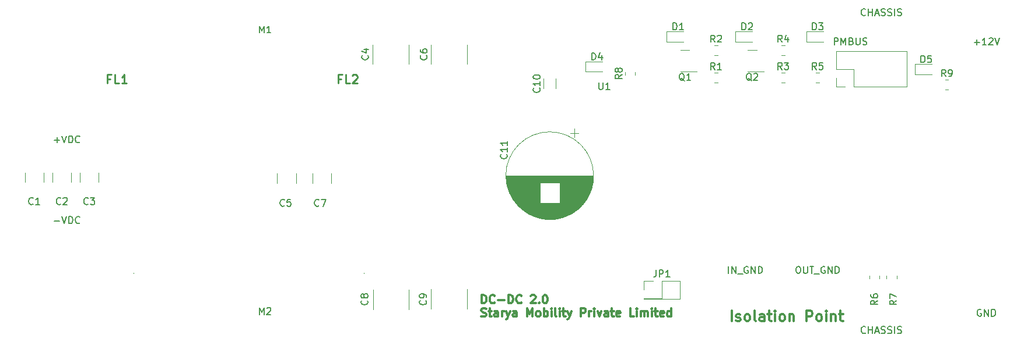
<source format=gbr>
%TF.GenerationSoftware,KiCad,Pcbnew,(6.0.10-0)*%
%TF.CreationDate,2023-02-08T11:04:04+05:30*%
%TF.ProjectId,dbe_dcdc,6462655f-6463-4646-932e-6b696361645f,rev?*%
%TF.SameCoordinates,Original*%
%TF.FileFunction,Legend,Top*%
%TF.FilePolarity,Positive*%
%FSLAX46Y46*%
G04 Gerber Fmt 4.6, Leading zero omitted, Abs format (unit mm)*
G04 Created by KiCad (PCBNEW (6.0.10-0)) date 2023-02-08 11:04:04*
%MOMM*%
%LPD*%
G01*
G04 APERTURE LIST*
%ADD10C,0.300000*%
%ADD11C,0.150000*%
%ADD12C,0.254000*%
%ADD13C,0.120000*%
%ADD14C,0.100000*%
G04 APERTURE END LIST*
D10*
X128035714Y-107428571D02*
X128035714Y-105928571D01*
X128678571Y-107357142D02*
X128821428Y-107428571D01*
X129107142Y-107428571D01*
X129250000Y-107357142D01*
X129321428Y-107214285D01*
X129321428Y-107142857D01*
X129250000Y-107000000D01*
X129107142Y-106928571D01*
X128892857Y-106928571D01*
X128750000Y-106857142D01*
X128678571Y-106714285D01*
X128678571Y-106642857D01*
X128750000Y-106500000D01*
X128892857Y-106428571D01*
X129107142Y-106428571D01*
X129250000Y-106500000D01*
X130178571Y-107428571D02*
X130035714Y-107357142D01*
X129964285Y-107285714D01*
X129892857Y-107142857D01*
X129892857Y-106714285D01*
X129964285Y-106571428D01*
X130035714Y-106500000D01*
X130178571Y-106428571D01*
X130392857Y-106428571D01*
X130535714Y-106500000D01*
X130607142Y-106571428D01*
X130678571Y-106714285D01*
X130678571Y-107142857D01*
X130607142Y-107285714D01*
X130535714Y-107357142D01*
X130392857Y-107428571D01*
X130178571Y-107428571D01*
X131535714Y-107428571D02*
X131392857Y-107357142D01*
X131321428Y-107214285D01*
X131321428Y-105928571D01*
X132750000Y-107428571D02*
X132750000Y-106642857D01*
X132678571Y-106500000D01*
X132535714Y-106428571D01*
X132250000Y-106428571D01*
X132107142Y-106500000D01*
X132750000Y-107357142D02*
X132607142Y-107428571D01*
X132250000Y-107428571D01*
X132107142Y-107357142D01*
X132035714Y-107214285D01*
X132035714Y-107071428D01*
X132107142Y-106928571D01*
X132250000Y-106857142D01*
X132607142Y-106857142D01*
X132750000Y-106785714D01*
X133250000Y-106428571D02*
X133821428Y-106428571D01*
X133464285Y-105928571D02*
X133464285Y-107214285D01*
X133535714Y-107357142D01*
X133678571Y-107428571D01*
X133821428Y-107428571D01*
X134321428Y-107428571D02*
X134321428Y-106428571D01*
X134321428Y-105928571D02*
X134250000Y-106000000D01*
X134321428Y-106071428D01*
X134392857Y-106000000D01*
X134321428Y-105928571D01*
X134321428Y-106071428D01*
X135250000Y-107428571D02*
X135107142Y-107357142D01*
X135035714Y-107285714D01*
X134964285Y-107142857D01*
X134964285Y-106714285D01*
X135035714Y-106571428D01*
X135107142Y-106500000D01*
X135250000Y-106428571D01*
X135464285Y-106428571D01*
X135607142Y-106500000D01*
X135678571Y-106571428D01*
X135750000Y-106714285D01*
X135750000Y-107142857D01*
X135678571Y-107285714D01*
X135607142Y-107357142D01*
X135464285Y-107428571D01*
X135250000Y-107428571D01*
X136392857Y-106428571D02*
X136392857Y-107428571D01*
X136392857Y-106571428D02*
X136464285Y-106500000D01*
X136607142Y-106428571D01*
X136821428Y-106428571D01*
X136964285Y-106500000D01*
X137035714Y-106642857D01*
X137035714Y-107428571D01*
X138892857Y-107428571D02*
X138892857Y-105928571D01*
X139464285Y-105928571D01*
X139607142Y-106000000D01*
X139678571Y-106071428D01*
X139750000Y-106214285D01*
X139750000Y-106428571D01*
X139678571Y-106571428D01*
X139607142Y-106642857D01*
X139464285Y-106714285D01*
X138892857Y-106714285D01*
X140607142Y-107428571D02*
X140464285Y-107357142D01*
X140392857Y-107285714D01*
X140321428Y-107142857D01*
X140321428Y-106714285D01*
X140392857Y-106571428D01*
X140464285Y-106500000D01*
X140607142Y-106428571D01*
X140821428Y-106428571D01*
X140964285Y-106500000D01*
X141035714Y-106571428D01*
X141107142Y-106714285D01*
X141107142Y-107142857D01*
X141035714Y-107285714D01*
X140964285Y-107357142D01*
X140821428Y-107428571D01*
X140607142Y-107428571D01*
X141750000Y-107428571D02*
X141750000Y-106428571D01*
X141750000Y-105928571D02*
X141678571Y-106000000D01*
X141750000Y-106071428D01*
X141821428Y-106000000D01*
X141750000Y-105928571D01*
X141750000Y-106071428D01*
X142464285Y-106428571D02*
X142464285Y-107428571D01*
X142464285Y-106571428D02*
X142535714Y-106500000D01*
X142678571Y-106428571D01*
X142892857Y-106428571D01*
X143035714Y-106500000D01*
X143107142Y-106642857D01*
X143107142Y-107428571D01*
X143607142Y-106428571D02*
X144178571Y-106428571D01*
X143821428Y-105928571D02*
X143821428Y-107214285D01*
X143892857Y-107357142D01*
X144035714Y-107428571D01*
X144178571Y-107428571D01*
X91730714Y-104826857D02*
X91730714Y-103626857D01*
X92016428Y-103626857D01*
X92187857Y-103684000D01*
X92302142Y-103798285D01*
X92359285Y-103912571D01*
X92416428Y-104141142D01*
X92416428Y-104312571D01*
X92359285Y-104541142D01*
X92302142Y-104655428D01*
X92187857Y-104769714D01*
X92016428Y-104826857D01*
X91730714Y-104826857D01*
X93616428Y-104712571D02*
X93559285Y-104769714D01*
X93387857Y-104826857D01*
X93273571Y-104826857D01*
X93102142Y-104769714D01*
X92987857Y-104655428D01*
X92930714Y-104541142D01*
X92873571Y-104312571D01*
X92873571Y-104141142D01*
X92930714Y-103912571D01*
X92987857Y-103798285D01*
X93102142Y-103684000D01*
X93273571Y-103626857D01*
X93387857Y-103626857D01*
X93559285Y-103684000D01*
X93616428Y-103741142D01*
X94130714Y-104369714D02*
X95045000Y-104369714D01*
X95616428Y-104826857D02*
X95616428Y-103626857D01*
X95902142Y-103626857D01*
X96073571Y-103684000D01*
X96187857Y-103798285D01*
X96245000Y-103912571D01*
X96302142Y-104141142D01*
X96302142Y-104312571D01*
X96245000Y-104541142D01*
X96187857Y-104655428D01*
X96073571Y-104769714D01*
X95902142Y-104826857D01*
X95616428Y-104826857D01*
X97502142Y-104712571D02*
X97445000Y-104769714D01*
X97273571Y-104826857D01*
X97159285Y-104826857D01*
X96987857Y-104769714D01*
X96873571Y-104655428D01*
X96816428Y-104541142D01*
X96759285Y-104312571D01*
X96759285Y-104141142D01*
X96816428Y-103912571D01*
X96873571Y-103798285D01*
X96987857Y-103684000D01*
X97159285Y-103626857D01*
X97273571Y-103626857D01*
X97445000Y-103684000D01*
X97502142Y-103741142D01*
X98873571Y-103741142D02*
X98930714Y-103684000D01*
X99045000Y-103626857D01*
X99330714Y-103626857D01*
X99445000Y-103684000D01*
X99502142Y-103741142D01*
X99559285Y-103855428D01*
X99559285Y-103969714D01*
X99502142Y-104141142D01*
X98816428Y-104826857D01*
X99559285Y-104826857D01*
X100073571Y-104712571D02*
X100130714Y-104769714D01*
X100073571Y-104826857D01*
X100016428Y-104769714D01*
X100073571Y-104712571D01*
X100073571Y-104826857D01*
X100873571Y-103626857D02*
X100987857Y-103626857D01*
X101102142Y-103684000D01*
X101159285Y-103741142D01*
X101216428Y-103855428D01*
X101273571Y-104084000D01*
X101273571Y-104369714D01*
X101216428Y-104598285D01*
X101159285Y-104712571D01*
X101102142Y-104769714D01*
X100987857Y-104826857D01*
X100873571Y-104826857D01*
X100759285Y-104769714D01*
X100702142Y-104712571D01*
X100645000Y-104598285D01*
X100587857Y-104369714D01*
X100587857Y-104084000D01*
X100645000Y-103855428D01*
X100702142Y-103741142D01*
X100759285Y-103684000D01*
X100873571Y-103626857D01*
X91673571Y-106701714D02*
X91845000Y-106758857D01*
X92130714Y-106758857D01*
X92245000Y-106701714D01*
X92302142Y-106644571D01*
X92359285Y-106530285D01*
X92359285Y-106416000D01*
X92302142Y-106301714D01*
X92245000Y-106244571D01*
X92130714Y-106187428D01*
X91902142Y-106130285D01*
X91787857Y-106073142D01*
X91730714Y-106016000D01*
X91673571Y-105901714D01*
X91673571Y-105787428D01*
X91730714Y-105673142D01*
X91787857Y-105616000D01*
X91902142Y-105558857D01*
X92187857Y-105558857D01*
X92359285Y-105616000D01*
X92702142Y-105958857D02*
X93159285Y-105958857D01*
X92873571Y-105558857D02*
X92873571Y-106587428D01*
X92930714Y-106701714D01*
X93045000Y-106758857D01*
X93159285Y-106758857D01*
X94073571Y-106758857D02*
X94073571Y-106130285D01*
X94016428Y-106016000D01*
X93902142Y-105958857D01*
X93673571Y-105958857D01*
X93559285Y-106016000D01*
X94073571Y-106701714D02*
X93959285Y-106758857D01*
X93673571Y-106758857D01*
X93559285Y-106701714D01*
X93502142Y-106587428D01*
X93502142Y-106473142D01*
X93559285Y-106358857D01*
X93673571Y-106301714D01*
X93959285Y-106301714D01*
X94073571Y-106244571D01*
X94645000Y-106758857D02*
X94645000Y-105958857D01*
X94645000Y-106187428D02*
X94702142Y-106073142D01*
X94759285Y-106016000D01*
X94873571Y-105958857D01*
X94987857Y-105958857D01*
X95273571Y-105958857D02*
X95559285Y-106758857D01*
X95845000Y-105958857D02*
X95559285Y-106758857D01*
X95445000Y-107044571D01*
X95387857Y-107101714D01*
X95273571Y-107158857D01*
X96816428Y-106758857D02*
X96816428Y-106130285D01*
X96759285Y-106016000D01*
X96645000Y-105958857D01*
X96416428Y-105958857D01*
X96302142Y-106016000D01*
X96816428Y-106701714D02*
X96702142Y-106758857D01*
X96416428Y-106758857D01*
X96302142Y-106701714D01*
X96245000Y-106587428D01*
X96245000Y-106473142D01*
X96302142Y-106358857D01*
X96416428Y-106301714D01*
X96702142Y-106301714D01*
X96816428Y-106244571D01*
X98302142Y-106758857D02*
X98302142Y-105558857D01*
X98702142Y-106416000D01*
X99102142Y-105558857D01*
X99102142Y-106758857D01*
X99845000Y-106758857D02*
X99730714Y-106701714D01*
X99673571Y-106644571D01*
X99616428Y-106530285D01*
X99616428Y-106187428D01*
X99673571Y-106073142D01*
X99730714Y-106016000D01*
X99845000Y-105958857D01*
X100016428Y-105958857D01*
X100130714Y-106016000D01*
X100187857Y-106073142D01*
X100245000Y-106187428D01*
X100245000Y-106530285D01*
X100187857Y-106644571D01*
X100130714Y-106701714D01*
X100016428Y-106758857D01*
X99845000Y-106758857D01*
X100759285Y-106758857D02*
X100759285Y-105558857D01*
X100759285Y-106016000D02*
X100873571Y-105958857D01*
X101102142Y-105958857D01*
X101216428Y-106016000D01*
X101273571Y-106073142D01*
X101330714Y-106187428D01*
X101330714Y-106530285D01*
X101273571Y-106644571D01*
X101216428Y-106701714D01*
X101102142Y-106758857D01*
X100873571Y-106758857D01*
X100759285Y-106701714D01*
X101845000Y-106758857D02*
X101845000Y-105958857D01*
X101845000Y-105558857D02*
X101787857Y-105616000D01*
X101845000Y-105673142D01*
X101902142Y-105616000D01*
X101845000Y-105558857D01*
X101845000Y-105673142D01*
X102587857Y-106758857D02*
X102473571Y-106701714D01*
X102416428Y-106587428D01*
X102416428Y-105558857D01*
X103045000Y-106758857D02*
X103045000Y-105958857D01*
X103045000Y-105558857D02*
X102987857Y-105616000D01*
X103045000Y-105673142D01*
X103102142Y-105616000D01*
X103045000Y-105558857D01*
X103045000Y-105673142D01*
X103445000Y-105958857D02*
X103902142Y-105958857D01*
X103616428Y-105558857D02*
X103616428Y-106587428D01*
X103673571Y-106701714D01*
X103787857Y-106758857D01*
X103902142Y-106758857D01*
X104187857Y-105958857D02*
X104473571Y-106758857D01*
X104759285Y-105958857D02*
X104473571Y-106758857D01*
X104359285Y-107044571D01*
X104302142Y-107101714D01*
X104187857Y-107158857D01*
X106130714Y-106758857D02*
X106130714Y-105558857D01*
X106587857Y-105558857D01*
X106702142Y-105616000D01*
X106759285Y-105673142D01*
X106816428Y-105787428D01*
X106816428Y-105958857D01*
X106759285Y-106073142D01*
X106702142Y-106130285D01*
X106587857Y-106187428D01*
X106130714Y-106187428D01*
X107330714Y-106758857D02*
X107330714Y-105958857D01*
X107330714Y-106187428D02*
X107387857Y-106073142D01*
X107445000Y-106016000D01*
X107559285Y-105958857D01*
X107673571Y-105958857D01*
X108073571Y-106758857D02*
X108073571Y-105958857D01*
X108073571Y-105558857D02*
X108016428Y-105616000D01*
X108073571Y-105673142D01*
X108130714Y-105616000D01*
X108073571Y-105558857D01*
X108073571Y-105673142D01*
X108530714Y-105958857D02*
X108816428Y-106758857D01*
X109102142Y-105958857D01*
X110073571Y-106758857D02*
X110073571Y-106130285D01*
X110016428Y-106016000D01*
X109902142Y-105958857D01*
X109673571Y-105958857D01*
X109559285Y-106016000D01*
X110073571Y-106701714D02*
X109959285Y-106758857D01*
X109673571Y-106758857D01*
X109559285Y-106701714D01*
X109502142Y-106587428D01*
X109502142Y-106473142D01*
X109559285Y-106358857D01*
X109673571Y-106301714D01*
X109959285Y-106301714D01*
X110073571Y-106244571D01*
X110473571Y-105958857D02*
X110930714Y-105958857D01*
X110645000Y-105558857D02*
X110645000Y-106587428D01*
X110702142Y-106701714D01*
X110816428Y-106758857D01*
X110930714Y-106758857D01*
X111787857Y-106701714D02*
X111673571Y-106758857D01*
X111445000Y-106758857D01*
X111330714Y-106701714D01*
X111273571Y-106587428D01*
X111273571Y-106130285D01*
X111330714Y-106016000D01*
X111445000Y-105958857D01*
X111673571Y-105958857D01*
X111787857Y-106016000D01*
X111845000Y-106130285D01*
X111845000Y-106244571D01*
X111273571Y-106358857D01*
X113845000Y-106758857D02*
X113273571Y-106758857D01*
X113273571Y-105558857D01*
X114245000Y-106758857D02*
X114245000Y-105958857D01*
X114245000Y-105558857D02*
X114187857Y-105616000D01*
X114245000Y-105673142D01*
X114302142Y-105616000D01*
X114245000Y-105558857D01*
X114245000Y-105673142D01*
X114816428Y-106758857D02*
X114816428Y-105958857D01*
X114816428Y-106073142D02*
X114873571Y-106016000D01*
X114987857Y-105958857D01*
X115159285Y-105958857D01*
X115273571Y-106016000D01*
X115330714Y-106130285D01*
X115330714Y-106758857D01*
X115330714Y-106130285D02*
X115387857Y-106016000D01*
X115502142Y-105958857D01*
X115673571Y-105958857D01*
X115787857Y-106016000D01*
X115845000Y-106130285D01*
X115845000Y-106758857D01*
X116416428Y-106758857D02*
X116416428Y-105958857D01*
X116416428Y-105558857D02*
X116359285Y-105616000D01*
X116416428Y-105673142D01*
X116473571Y-105616000D01*
X116416428Y-105558857D01*
X116416428Y-105673142D01*
X116816428Y-105958857D02*
X117273571Y-105958857D01*
X116987857Y-105558857D02*
X116987857Y-106587428D01*
X117045000Y-106701714D01*
X117159285Y-106758857D01*
X117273571Y-106758857D01*
X118130714Y-106701714D02*
X118016428Y-106758857D01*
X117787857Y-106758857D01*
X117673571Y-106701714D01*
X117616428Y-106587428D01*
X117616428Y-106130285D01*
X117673571Y-106016000D01*
X117787857Y-105958857D01*
X118016428Y-105958857D01*
X118130714Y-106016000D01*
X118187857Y-106130285D01*
X118187857Y-106244571D01*
X117616428Y-106358857D01*
X119216428Y-106758857D02*
X119216428Y-105558857D01*
X119216428Y-106701714D02*
X119102142Y-106758857D01*
X118873571Y-106758857D01*
X118759285Y-106701714D01*
X118702142Y-106644571D01*
X118645000Y-106530285D01*
X118645000Y-106187428D01*
X118702142Y-106073142D01*
X118759285Y-106016000D01*
X118873571Y-105958857D01*
X119102142Y-105958857D01*
X119216428Y-106016000D01*
D11*
%TO.C,C8*%
X75107142Y-104416666D02*
X75154761Y-104464285D01*
X75202380Y-104607142D01*
X75202380Y-104702380D01*
X75154761Y-104845238D01*
X75059523Y-104940476D01*
X74964285Y-104988095D01*
X74773809Y-105035714D01*
X74630952Y-105035714D01*
X74440476Y-104988095D01*
X74345238Y-104940476D01*
X74250000Y-104845238D01*
X74202380Y-104702380D01*
X74202380Y-104607142D01*
X74250000Y-104464285D01*
X74297619Y-104416666D01*
X74630952Y-103845238D02*
X74583333Y-103940476D01*
X74535714Y-103988095D01*
X74440476Y-104035714D01*
X74392857Y-104035714D01*
X74297619Y-103988095D01*
X74250000Y-103940476D01*
X74202380Y-103845238D01*
X74202380Y-103654761D01*
X74250000Y-103559523D01*
X74297619Y-103511904D01*
X74392857Y-103464285D01*
X74440476Y-103464285D01*
X74535714Y-103511904D01*
X74583333Y-103559523D01*
X74630952Y-103654761D01*
X74630952Y-103845238D01*
X74678571Y-103940476D01*
X74726190Y-103988095D01*
X74821428Y-104035714D01*
X75011904Y-104035714D01*
X75107142Y-103988095D01*
X75154761Y-103940476D01*
X75202380Y-103845238D01*
X75202380Y-103654761D01*
X75154761Y-103559523D01*
X75107142Y-103511904D01*
X75011904Y-103464285D01*
X74821428Y-103464285D01*
X74726190Y-103511904D01*
X74678571Y-103559523D01*
X74630952Y-103654761D01*
%TO.C,+VDC*%
X29690476Y-81071428D02*
X30452380Y-81071428D01*
X30071428Y-81452380D02*
X30071428Y-80690476D01*
X30785714Y-80452380D02*
X31119047Y-81452380D01*
X31452380Y-80452380D01*
X31785714Y-81452380D02*
X31785714Y-80452380D01*
X32023809Y-80452380D01*
X32166666Y-80500000D01*
X32261904Y-80595238D01*
X32309523Y-80690476D01*
X32357142Y-80880952D01*
X32357142Y-81023809D01*
X32309523Y-81214285D01*
X32261904Y-81309523D01*
X32166666Y-81404761D01*
X32023809Y-81452380D01*
X31785714Y-81452380D01*
X33357142Y-81357142D02*
X33309523Y-81404761D01*
X33166666Y-81452380D01*
X33071428Y-81452380D01*
X32928571Y-81404761D01*
X32833333Y-81309523D01*
X32785714Y-81214285D01*
X32738095Y-81023809D01*
X32738095Y-80880952D01*
X32785714Y-80690476D01*
X32833333Y-80595238D01*
X32928571Y-80500000D01*
X33071428Y-80452380D01*
X33166666Y-80452380D01*
X33309523Y-80500000D01*
X33357142Y-80547619D01*
%TO.C,GND*%
X164238095Y-105750000D02*
X164142857Y-105702380D01*
X164000000Y-105702380D01*
X163857142Y-105750000D01*
X163761904Y-105845238D01*
X163714285Y-105940476D01*
X163666666Y-106130952D01*
X163666666Y-106273809D01*
X163714285Y-106464285D01*
X163761904Y-106559523D01*
X163857142Y-106654761D01*
X164000000Y-106702380D01*
X164095238Y-106702380D01*
X164238095Y-106654761D01*
X164285714Y-106607142D01*
X164285714Y-106273809D01*
X164095238Y-106273809D01*
X164714285Y-106702380D02*
X164714285Y-105702380D01*
X165285714Y-106702380D01*
X165285714Y-105702380D01*
X165761904Y-106702380D02*
X165761904Y-105702380D01*
X166000000Y-105702380D01*
X166142857Y-105750000D01*
X166238095Y-105845238D01*
X166285714Y-105940476D01*
X166333333Y-106130952D01*
X166333333Y-106273809D01*
X166285714Y-106464285D01*
X166238095Y-106559523D01*
X166142857Y-106654761D01*
X166000000Y-106702380D01*
X165761904Y-106702380D01*
%TO.C,C5*%
X63083333Y-90607142D02*
X63035714Y-90654761D01*
X62892857Y-90702380D01*
X62797619Y-90702380D01*
X62654761Y-90654761D01*
X62559523Y-90559523D01*
X62511904Y-90464285D01*
X62464285Y-90273809D01*
X62464285Y-90130952D01*
X62511904Y-89940476D01*
X62559523Y-89845238D01*
X62654761Y-89750000D01*
X62797619Y-89702380D01*
X62892857Y-89702380D01*
X63035714Y-89750000D01*
X63083333Y-89797619D01*
X63988095Y-89702380D02*
X63511904Y-89702380D01*
X63464285Y-90178571D01*
X63511904Y-90130952D01*
X63607142Y-90083333D01*
X63845238Y-90083333D01*
X63940476Y-90130952D01*
X63988095Y-90178571D01*
X64035714Y-90273809D01*
X64035714Y-90511904D01*
X63988095Y-90607142D01*
X63940476Y-90654761D01*
X63845238Y-90702380D01*
X63607142Y-90702380D01*
X63511904Y-90654761D01*
X63464285Y-90607142D01*
D12*
%TO.C,FL1*%
X37812619Y-72159285D02*
X37389285Y-72159285D01*
X37389285Y-72824523D02*
X37389285Y-71554523D01*
X37994047Y-71554523D01*
X39082619Y-72824523D02*
X38477857Y-72824523D01*
X38477857Y-71554523D01*
X40171190Y-72824523D02*
X39445476Y-72824523D01*
X39808333Y-72824523D02*
X39808333Y-71554523D01*
X39687380Y-71735952D01*
X39566428Y-71856904D01*
X39445476Y-71917380D01*
D11*
%TO.C,C4*%
X75207142Y-68746666D02*
X75254761Y-68794285D01*
X75302380Y-68937142D01*
X75302380Y-69032380D01*
X75254761Y-69175238D01*
X75159523Y-69270476D01*
X75064285Y-69318095D01*
X74873809Y-69365714D01*
X74730952Y-69365714D01*
X74540476Y-69318095D01*
X74445238Y-69270476D01*
X74350000Y-69175238D01*
X74302380Y-69032380D01*
X74302380Y-68937142D01*
X74350000Y-68794285D01*
X74397619Y-68746666D01*
X74635714Y-67889523D02*
X75302380Y-67889523D01*
X74254761Y-68127619D02*
X74969047Y-68365714D01*
X74969047Y-67746666D01*
%TO.C,OUT_GND*%
X137595238Y-99452380D02*
X137785714Y-99452380D01*
X137880952Y-99500000D01*
X137976190Y-99595238D01*
X138023809Y-99785714D01*
X138023809Y-100119047D01*
X137976190Y-100309523D01*
X137880952Y-100404761D01*
X137785714Y-100452380D01*
X137595238Y-100452380D01*
X137500000Y-100404761D01*
X137404761Y-100309523D01*
X137357142Y-100119047D01*
X137357142Y-99785714D01*
X137404761Y-99595238D01*
X137500000Y-99500000D01*
X137595238Y-99452380D01*
X138452380Y-99452380D02*
X138452380Y-100261904D01*
X138500000Y-100357142D01*
X138547619Y-100404761D01*
X138642857Y-100452380D01*
X138833333Y-100452380D01*
X138928571Y-100404761D01*
X138976190Y-100357142D01*
X139023809Y-100261904D01*
X139023809Y-99452380D01*
X139357142Y-99452380D02*
X139928571Y-99452380D01*
X139642857Y-100452380D02*
X139642857Y-99452380D01*
X140023809Y-100547619D02*
X140785714Y-100547619D01*
X141547619Y-99500000D02*
X141452380Y-99452380D01*
X141309523Y-99452380D01*
X141166666Y-99500000D01*
X141071428Y-99595238D01*
X141023809Y-99690476D01*
X140976190Y-99880952D01*
X140976190Y-100023809D01*
X141023809Y-100214285D01*
X141071428Y-100309523D01*
X141166666Y-100404761D01*
X141309523Y-100452380D01*
X141404761Y-100452380D01*
X141547619Y-100404761D01*
X141595238Y-100357142D01*
X141595238Y-100023809D01*
X141404761Y-100023809D01*
X142023809Y-100452380D02*
X142023809Y-99452380D01*
X142595238Y-100452380D01*
X142595238Y-99452380D01*
X143071428Y-100452380D02*
X143071428Y-99452380D01*
X143309523Y-99452380D01*
X143452380Y-99500000D01*
X143547619Y-99595238D01*
X143595238Y-99690476D01*
X143642857Y-99880952D01*
X143642857Y-100023809D01*
X143595238Y-100214285D01*
X143547619Y-100309523D01*
X143452380Y-100404761D01*
X143309523Y-100452380D01*
X143071428Y-100452380D01*
%TO.C,PMBUS*%
X142916666Y-67202380D02*
X142916666Y-66202380D01*
X143297619Y-66202380D01*
X143392857Y-66250000D01*
X143440476Y-66297619D01*
X143488095Y-66392857D01*
X143488095Y-66535714D01*
X143440476Y-66630952D01*
X143392857Y-66678571D01*
X143297619Y-66726190D01*
X142916666Y-66726190D01*
X143916666Y-67202380D02*
X143916666Y-66202380D01*
X144250000Y-66916666D01*
X144583333Y-66202380D01*
X144583333Y-67202380D01*
X145392857Y-66678571D02*
X145535714Y-66726190D01*
X145583333Y-66773809D01*
X145630952Y-66869047D01*
X145630952Y-67011904D01*
X145583333Y-67107142D01*
X145535714Y-67154761D01*
X145440476Y-67202380D01*
X145059523Y-67202380D01*
X145059523Y-66202380D01*
X145392857Y-66202380D01*
X145488095Y-66250000D01*
X145535714Y-66297619D01*
X145583333Y-66392857D01*
X145583333Y-66488095D01*
X145535714Y-66583333D01*
X145488095Y-66630952D01*
X145392857Y-66678571D01*
X145059523Y-66678571D01*
X146059523Y-66202380D02*
X146059523Y-67011904D01*
X146107142Y-67107142D01*
X146154761Y-67154761D01*
X146250000Y-67202380D01*
X146440476Y-67202380D01*
X146535714Y-67154761D01*
X146583333Y-67107142D01*
X146630952Y-67011904D01*
X146630952Y-66202380D01*
X147059523Y-67154761D02*
X147202380Y-67202380D01*
X147440476Y-67202380D01*
X147535714Y-67154761D01*
X147583333Y-67107142D01*
X147630952Y-67011904D01*
X147630952Y-66916666D01*
X147583333Y-66821428D01*
X147535714Y-66773809D01*
X147440476Y-66726190D01*
X147250000Y-66678571D01*
X147154761Y-66630952D01*
X147107142Y-66583333D01*
X147059523Y-66488095D01*
X147059523Y-66392857D01*
X147107142Y-66297619D01*
X147154761Y-66250000D01*
X147250000Y-66202380D01*
X147488095Y-66202380D01*
X147630952Y-66250000D01*
%TO.C,R6*%
X149202380Y-104416666D02*
X148726190Y-104750000D01*
X149202380Y-104988095D02*
X148202380Y-104988095D01*
X148202380Y-104607142D01*
X148250000Y-104511904D01*
X148297619Y-104464285D01*
X148392857Y-104416666D01*
X148535714Y-104416666D01*
X148630952Y-104464285D01*
X148678571Y-104511904D01*
X148726190Y-104607142D01*
X148726190Y-104988095D01*
X148202380Y-103559523D02*
X148202380Y-103750000D01*
X148250000Y-103845238D01*
X148297619Y-103892857D01*
X148440476Y-103988095D01*
X148630952Y-104035714D01*
X149011904Y-104035714D01*
X149107142Y-103988095D01*
X149154761Y-103940476D01*
X149202380Y-103845238D01*
X149202380Y-103654761D01*
X149154761Y-103559523D01*
X149107142Y-103511904D01*
X149011904Y-103464285D01*
X148773809Y-103464285D01*
X148678571Y-103511904D01*
X148630952Y-103559523D01*
X148583333Y-103654761D01*
X148583333Y-103845238D01*
X148630952Y-103940476D01*
X148678571Y-103988095D01*
X148773809Y-104035714D01*
%TO.C,C9*%
X83607142Y-104416666D02*
X83654761Y-104464285D01*
X83702380Y-104607142D01*
X83702380Y-104702380D01*
X83654761Y-104845238D01*
X83559523Y-104940476D01*
X83464285Y-104988095D01*
X83273809Y-105035714D01*
X83130952Y-105035714D01*
X82940476Y-104988095D01*
X82845238Y-104940476D01*
X82750000Y-104845238D01*
X82702380Y-104702380D01*
X82702380Y-104607142D01*
X82750000Y-104464285D01*
X82797619Y-104416666D01*
X83702380Y-103940476D02*
X83702380Y-103750000D01*
X83654761Y-103654761D01*
X83607142Y-103607142D01*
X83464285Y-103511904D01*
X83273809Y-103464285D01*
X82892857Y-103464285D01*
X82797619Y-103511904D01*
X82750000Y-103559523D01*
X82702380Y-103654761D01*
X82702380Y-103845238D01*
X82750000Y-103940476D01*
X82797619Y-103988095D01*
X82892857Y-104035714D01*
X83130952Y-104035714D01*
X83226190Y-103988095D01*
X83273809Y-103940476D01*
X83321428Y-103845238D01*
X83321428Y-103654761D01*
X83273809Y-103559523D01*
X83226190Y-103511904D01*
X83130952Y-103464285D01*
D12*
%TO.C,FL2*%
X71312619Y-72159285D02*
X70889285Y-72159285D01*
X70889285Y-72824523D02*
X70889285Y-71554523D01*
X71494047Y-71554523D01*
X72582619Y-72824523D02*
X71977857Y-72824523D01*
X71977857Y-71554523D01*
X72945476Y-71675476D02*
X73005952Y-71615000D01*
X73126904Y-71554523D01*
X73429285Y-71554523D01*
X73550238Y-71615000D01*
X73610714Y-71675476D01*
X73671190Y-71796428D01*
X73671190Y-71917380D01*
X73610714Y-72098809D01*
X72885000Y-72824523D01*
X73671190Y-72824523D01*
D11*
%TO.C,R8*%
X112086380Y-71540666D02*
X111610190Y-71874000D01*
X112086380Y-72112095D02*
X111086380Y-72112095D01*
X111086380Y-71731142D01*
X111134000Y-71635904D01*
X111181619Y-71588285D01*
X111276857Y-71540666D01*
X111419714Y-71540666D01*
X111514952Y-71588285D01*
X111562571Y-71635904D01*
X111610190Y-71731142D01*
X111610190Y-72112095D01*
X111514952Y-70969238D02*
X111467333Y-71064476D01*
X111419714Y-71112095D01*
X111324476Y-71159714D01*
X111276857Y-71159714D01*
X111181619Y-71112095D01*
X111134000Y-71064476D01*
X111086380Y-70969238D01*
X111086380Y-70778761D01*
X111134000Y-70683523D01*
X111181619Y-70635904D01*
X111276857Y-70588285D01*
X111324476Y-70588285D01*
X111419714Y-70635904D01*
X111467333Y-70683523D01*
X111514952Y-70778761D01*
X111514952Y-70969238D01*
X111562571Y-71064476D01*
X111610190Y-71112095D01*
X111705428Y-71159714D01*
X111895904Y-71159714D01*
X111991142Y-71112095D01*
X112038761Y-71064476D01*
X112086380Y-70969238D01*
X112086380Y-70778761D01*
X112038761Y-70683523D01*
X111991142Y-70635904D01*
X111895904Y-70588285D01*
X111705428Y-70588285D01*
X111610190Y-70635904D01*
X111562571Y-70683523D01*
X111514952Y-70778761D01*
%TO.C,C7*%
X68083333Y-90607142D02*
X68035714Y-90654761D01*
X67892857Y-90702380D01*
X67797619Y-90702380D01*
X67654761Y-90654761D01*
X67559523Y-90559523D01*
X67511904Y-90464285D01*
X67464285Y-90273809D01*
X67464285Y-90130952D01*
X67511904Y-89940476D01*
X67559523Y-89845238D01*
X67654761Y-89750000D01*
X67797619Y-89702380D01*
X67892857Y-89702380D01*
X68035714Y-89750000D01*
X68083333Y-89797619D01*
X68416666Y-89702380D02*
X69083333Y-89702380D01*
X68654761Y-90702380D01*
%TO.C,R5*%
X140333333Y-70802380D02*
X140000000Y-70326190D01*
X139761904Y-70802380D02*
X139761904Y-69802380D01*
X140142857Y-69802380D01*
X140238095Y-69850000D01*
X140285714Y-69897619D01*
X140333333Y-69992857D01*
X140333333Y-70135714D01*
X140285714Y-70230952D01*
X140238095Y-70278571D01*
X140142857Y-70326190D01*
X139761904Y-70326190D01*
X141238095Y-69802380D02*
X140761904Y-69802380D01*
X140714285Y-70278571D01*
X140761904Y-70230952D01*
X140857142Y-70183333D01*
X141095238Y-70183333D01*
X141190476Y-70230952D01*
X141238095Y-70278571D01*
X141285714Y-70373809D01*
X141285714Y-70611904D01*
X141238095Y-70707142D01*
X141190476Y-70754761D01*
X141095238Y-70802380D01*
X140857142Y-70802380D01*
X140761904Y-70754761D01*
X140714285Y-70707142D01*
%TO.C,R1*%
X125583333Y-70802380D02*
X125250000Y-70326190D01*
X125011904Y-70802380D02*
X125011904Y-69802380D01*
X125392857Y-69802380D01*
X125488095Y-69850000D01*
X125535714Y-69897619D01*
X125583333Y-69992857D01*
X125583333Y-70135714D01*
X125535714Y-70230952D01*
X125488095Y-70278571D01*
X125392857Y-70326190D01*
X125011904Y-70326190D01*
X126535714Y-70802380D02*
X125964285Y-70802380D01*
X126250000Y-70802380D02*
X126250000Y-69802380D01*
X126154761Y-69945238D01*
X126059523Y-70040476D01*
X125964285Y-70088095D01*
%TO.C,R9*%
X159083333Y-71802380D02*
X158750000Y-71326190D01*
X158511904Y-71802380D02*
X158511904Y-70802380D01*
X158892857Y-70802380D01*
X158988095Y-70850000D01*
X159035714Y-70897619D01*
X159083333Y-70992857D01*
X159083333Y-71135714D01*
X159035714Y-71230952D01*
X158988095Y-71278571D01*
X158892857Y-71326190D01*
X158511904Y-71326190D01*
X159559523Y-71802380D02*
X159750000Y-71802380D01*
X159845238Y-71754761D01*
X159892857Y-71707142D01*
X159988095Y-71564285D01*
X160035714Y-71373809D01*
X160035714Y-70992857D01*
X159988095Y-70897619D01*
X159940476Y-70850000D01*
X159845238Y-70802380D01*
X159654761Y-70802380D01*
X159559523Y-70850000D01*
X159511904Y-70897619D01*
X159464285Y-70992857D01*
X159464285Y-71230952D01*
X159511904Y-71326190D01*
X159559523Y-71373809D01*
X159654761Y-71421428D01*
X159845238Y-71421428D01*
X159940476Y-71373809D01*
X159988095Y-71326190D01*
X160035714Y-71230952D01*
%TO.C,U1*%
X108738095Y-72702380D02*
X108738095Y-73511904D01*
X108785714Y-73607142D01*
X108833333Y-73654761D01*
X108928571Y-73702380D01*
X109119047Y-73702380D01*
X109214285Y-73654761D01*
X109261904Y-73607142D01*
X109309523Y-73511904D01*
X109309523Y-72702380D01*
X110309523Y-73702380D02*
X109738095Y-73702380D01*
X110023809Y-73702380D02*
X110023809Y-72702380D01*
X109928571Y-72845238D01*
X109833333Y-72940476D01*
X109738095Y-72988095D01*
%TO.C,M1*%
X59440476Y-65452380D02*
X59440476Y-64452380D01*
X59773809Y-65166666D01*
X60107142Y-64452380D01*
X60107142Y-65452380D01*
X61107142Y-65452380D02*
X60535714Y-65452380D01*
X60821428Y-65452380D02*
X60821428Y-64452380D01*
X60726190Y-64595238D01*
X60630952Y-64690476D01*
X60535714Y-64738095D01*
%TO.C,R4*%
X135333333Y-66802380D02*
X135000000Y-66326190D01*
X134761904Y-66802380D02*
X134761904Y-65802380D01*
X135142857Y-65802380D01*
X135238095Y-65850000D01*
X135285714Y-65897619D01*
X135333333Y-65992857D01*
X135333333Y-66135714D01*
X135285714Y-66230952D01*
X135238095Y-66278571D01*
X135142857Y-66326190D01*
X134761904Y-66326190D01*
X136190476Y-66135714D02*
X136190476Y-66802380D01*
X135952380Y-65754761D02*
X135714285Y-66469047D01*
X136333333Y-66469047D01*
%TO.C,C1*%
X26583333Y-90357142D02*
X26535714Y-90404761D01*
X26392857Y-90452380D01*
X26297619Y-90452380D01*
X26154761Y-90404761D01*
X26059523Y-90309523D01*
X26011904Y-90214285D01*
X25964285Y-90023809D01*
X25964285Y-89880952D01*
X26011904Y-89690476D01*
X26059523Y-89595238D01*
X26154761Y-89500000D01*
X26297619Y-89452380D01*
X26392857Y-89452380D01*
X26535714Y-89500000D01*
X26583333Y-89547619D01*
X27535714Y-90452380D02*
X26964285Y-90452380D01*
X27250000Y-90452380D02*
X27250000Y-89452380D01*
X27154761Y-89595238D01*
X27059523Y-89690476D01*
X26964285Y-89738095D01*
%TO.C,C3*%
X34583333Y-90357142D02*
X34535714Y-90404761D01*
X34392857Y-90452380D01*
X34297619Y-90452380D01*
X34154761Y-90404761D01*
X34059523Y-90309523D01*
X34011904Y-90214285D01*
X33964285Y-90023809D01*
X33964285Y-89880952D01*
X34011904Y-89690476D01*
X34059523Y-89595238D01*
X34154761Y-89500000D01*
X34297619Y-89452380D01*
X34392857Y-89452380D01*
X34535714Y-89500000D01*
X34583333Y-89547619D01*
X34916666Y-89452380D02*
X35535714Y-89452380D01*
X35202380Y-89833333D01*
X35345238Y-89833333D01*
X35440476Y-89880952D01*
X35488095Y-89928571D01*
X35535714Y-90023809D01*
X35535714Y-90261904D01*
X35488095Y-90357142D01*
X35440476Y-90404761D01*
X35345238Y-90452380D01*
X35059523Y-90452380D01*
X34964285Y-90404761D01*
X34916666Y-90357142D01*
%TO.C,JP1*%
X117046666Y-99992380D02*
X117046666Y-100706666D01*
X116999047Y-100849523D01*
X116903809Y-100944761D01*
X116760952Y-100992380D01*
X116665714Y-100992380D01*
X117522857Y-100992380D02*
X117522857Y-99992380D01*
X117903809Y-99992380D01*
X117999047Y-100040000D01*
X118046666Y-100087619D01*
X118094285Y-100182857D01*
X118094285Y-100325714D01*
X118046666Y-100420952D01*
X117999047Y-100468571D01*
X117903809Y-100516190D01*
X117522857Y-100516190D01*
X119046666Y-100992380D02*
X118475238Y-100992380D01*
X118760952Y-100992380D02*
X118760952Y-99992380D01*
X118665714Y-100135238D01*
X118570476Y-100230476D01*
X118475238Y-100278095D01*
%TO.C,R3*%
X135333333Y-70802380D02*
X135000000Y-70326190D01*
X134761904Y-70802380D02*
X134761904Y-69802380D01*
X135142857Y-69802380D01*
X135238095Y-69850000D01*
X135285714Y-69897619D01*
X135333333Y-69992857D01*
X135333333Y-70135714D01*
X135285714Y-70230952D01*
X135238095Y-70278571D01*
X135142857Y-70326190D01*
X134761904Y-70326190D01*
X135666666Y-69802380D02*
X136285714Y-69802380D01*
X135952380Y-70183333D01*
X136095238Y-70183333D01*
X136190476Y-70230952D01*
X136238095Y-70278571D01*
X136285714Y-70373809D01*
X136285714Y-70611904D01*
X136238095Y-70707142D01*
X136190476Y-70754761D01*
X136095238Y-70802380D01*
X135809523Y-70802380D01*
X135714285Y-70754761D01*
X135666666Y-70707142D01*
%TO.C,+12V*%
X163238095Y-66821428D02*
X164000000Y-66821428D01*
X163619047Y-67202380D02*
X163619047Y-66440476D01*
X165000000Y-67202380D02*
X164428571Y-67202380D01*
X164714285Y-67202380D02*
X164714285Y-66202380D01*
X164619047Y-66345238D01*
X164523809Y-66440476D01*
X164428571Y-66488095D01*
X165380952Y-66297619D02*
X165428571Y-66250000D01*
X165523809Y-66202380D01*
X165761904Y-66202380D01*
X165857142Y-66250000D01*
X165904761Y-66297619D01*
X165952380Y-66392857D01*
X165952380Y-66488095D01*
X165904761Y-66630952D01*
X165333333Y-67202380D01*
X165952380Y-67202380D01*
X166238095Y-66202380D02*
X166571428Y-67202380D01*
X166904761Y-66202380D01*
%TO.C,D5*%
X155511904Y-69772380D02*
X155511904Y-68772380D01*
X155750000Y-68772380D01*
X155892857Y-68820000D01*
X155988095Y-68915238D01*
X156035714Y-69010476D01*
X156083333Y-69200952D01*
X156083333Y-69343809D01*
X156035714Y-69534285D01*
X155988095Y-69629523D01*
X155892857Y-69724761D01*
X155750000Y-69772380D01*
X155511904Y-69772380D01*
X156988095Y-68772380D02*
X156511904Y-68772380D01*
X156464285Y-69248571D01*
X156511904Y-69200952D01*
X156607142Y-69153333D01*
X156845238Y-69153333D01*
X156940476Y-69200952D01*
X156988095Y-69248571D01*
X157035714Y-69343809D01*
X157035714Y-69581904D01*
X156988095Y-69677142D01*
X156940476Y-69724761D01*
X156845238Y-69772380D01*
X156607142Y-69772380D01*
X156511904Y-69724761D01*
X156464285Y-69677142D01*
%TO.C,-VDC*%
X29690476Y-92821428D02*
X30452380Y-92821428D01*
X30785714Y-92202380D02*
X31119047Y-93202380D01*
X31452380Y-92202380D01*
X31785714Y-93202380D02*
X31785714Y-92202380D01*
X32023809Y-92202380D01*
X32166666Y-92250000D01*
X32261904Y-92345238D01*
X32309523Y-92440476D01*
X32357142Y-92630952D01*
X32357142Y-92773809D01*
X32309523Y-92964285D01*
X32261904Y-93059523D01*
X32166666Y-93154761D01*
X32023809Y-93202380D01*
X31785714Y-93202380D01*
X33357142Y-93107142D02*
X33309523Y-93154761D01*
X33166666Y-93202380D01*
X33071428Y-93202380D01*
X32928571Y-93154761D01*
X32833333Y-93059523D01*
X32785714Y-92964285D01*
X32738095Y-92773809D01*
X32738095Y-92630952D01*
X32785714Y-92440476D01*
X32833333Y-92345238D01*
X32928571Y-92250000D01*
X33071428Y-92202380D01*
X33166666Y-92202380D01*
X33309523Y-92250000D01*
X33357142Y-92297619D01*
%TO.C,CHASSIS*%
X147440476Y-62857142D02*
X147392857Y-62904761D01*
X147250000Y-62952380D01*
X147154761Y-62952380D01*
X147011904Y-62904761D01*
X146916666Y-62809523D01*
X146869047Y-62714285D01*
X146821428Y-62523809D01*
X146821428Y-62380952D01*
X146869047Y-62190476D01*
X146916666Y-62095238D01*
X147011904Y-62000000D01*
X147154761Y-61952380D01*
X147250000Y-61952380D01*
X147392857Y-62000000D01*
X147440476Y-62047619D01*
X147869047Y-62952380D02*
X147869047Y-61952380D01*
X147869047Y-62428571D02*
X148440476Y-62428571D01*
X148440476Y-62952380D02*
X148440476Y-61952380D01*
X148869047Y-62666666D02*
X149345238Y-62666666D01*
X148773809Y-62952380D02*
X149107142Y-61952380D01*
X149440476Y-62952380D01*
X149726190Y-62904761D02*
X149869047Y-62952380D01*
X150107142Y-62952380D01*
X150202380Y-62904761D01*
X150250000Y-62857142D01*
X150297619Y-62761904D01*
X150297619Y-62666666D01*
X150250000Y-62571428D01*
X150202380Y-62523809D01*
X150107142Y-62476190D01*
X149916666Y-62428571D01*
X149821428Y-62380952D01*
X149773809Y-62333333D01*
X149726190Y-62238095D01*
X149726190Y-62142857D01*
X149773809Y-62047619D01*
X149821428Y-62000000D01*
X149916666Y-61952380D01*
X150154761Y-61952380D01*
X150297619Y-62000000D01*
X150678571Y-62904761D02*
X150821428Y-62952380D01*
X151059523Y-62952380D01*
X151154761Y-62904761D01*
X151202380Y-62857142D01*
X151250000Y-62761904D01*
X151250000Y-62666666D01*
X151202380Y-62571428D01*
X151154761Y-62523809D01*
X151059523Y-62476190D01*
X150869047Y-62428571D01*
X150773809Y-62380952D01*
X150726190Y-62333333D01*
X150678571Y-62238095D01*
X150678571Y-62142857D01*
X150726190Y-62047619D01*
X150773809Y-62000000D01*
X150869047Y-61952380D01*
X151107142Y-61952380D01*
X151250000Y-62000000D01*
X151678571Y-62952380D02*
X151678571Y-61952380D01*
X152107142Y-62904761D02*
X152250000Y-62952380D01*
X152488095Y-62952380D01*
X152583333Y-62904761D01*
X152630952Y-62857142D01*
X152678571Y-62761904D01*
X152678571Y-62666666D01*
X152630952Y-62571428D01*
X152583333Y-62523809D01*
X152488095Y-62476190D01*
X152297619Y-62428571D01*
X152202380Y-62380952D01*
X152154761Y-62333333D01*
X152107142Y-62238095D01*
X152107142Y-62142857D01*
X152154761Y-62047619D01*
X152202380Y-62000000D01*
X152297619Y-61952380D01*
X152535714Y-61952380D01*
X152678571Y-62000000D01*
%TO.C,M2*%
X59440476Y-106452380D02*
X59440476Y-105452380D01*
X59773809Y-106166666D01*
X60107142Y-105452380D01*
X60107142Y-106452380D01*
X60535714Y-105547619D02*
X60583333Y-105500000D01*
X60678571Y-105452380D01*
X60916666Y-105452380D01*
X61011904Y-105500000D01*
X61059523Y-105547619D01*
X61107142Y-105642857D01*
X61107142Y-105738095D01*
X61059523Y-105880952D01*
X60488095Y-106452380D01*
X61107142Y-106452380D01*
%TO.C,D2*%
X129511904Y-65022380D02*
X129511904Y-64022380D01*
X129750000Y-64022380D01*
X129892857Y-64070000D01*
X129988095Y-64165238D01*
X130035714Y-64260476D01*
X130083333Y-64450952D01*
X130083333Y-64593809D01*
X130035714Y-64784285D01*
X129988095Y-64879523D01*
X129892857Y-64974761D01*
X129750000Y-65022380D01*
X129511904Y-65022380D01*
X130464285Y-64117619D02*
X130511904Y-64070000D01*
X130607142Y-64022380D01*
X130845238Y-64022380D01*
X130940476Y-64070000D01*
X130988095Y-64117619D01*
X131035714Y-64212857D01*
X131035714Y-64308095D01*
X130988095Y-64450952D01*
X130416666Y-65022380D01*
X131035714Y-65022380D01*
%TO.C,C10*%
X100107142Y-73497357D02*
X100154761Y-73544976D01*
X100202380Y-73687833D01*
X100202380Y-73783071D01*
X100154761Y-73925928D01*
X100059523Y-74021166D01*
X99964285Y-74068785D01*
X99773809Y-74116404D01*
X99630952Y-74116404D01*
X99440476Y-74068785D01*
X99345238Y-74021166D01*
X99250000Y-73925928D01*
X99202380Y-73783071D01*
X99202380Y-73687833D01*
X99250000Y-73544976D01*
X99297619Y-73497357D01*
X100202380Y-72544976D02*
X100202380Y-73116404D01*
X100202380Y-72830690D02*
X99202380Y-72830690D01*
X99345238Y-72925928D01*
X99440476Y-73021166D01*
X99488095Y-73116404D01*
X99202380Y-71925928D02*
X99202380Y-71830690D01*
X99250000Y-71735452D01*
X99297619Y-71687833D01*
X99392857Y-71640214D01*
X99583333Y-71592595D01*
X99821428Y-71592595D01*
X100011904Y-71640214D01*
X100107142Y-71687833D01*
X100154761Y-71735452D01*
X100202380Y-71830690D01*
X100202380Y-71925928D01*
X100154761Y-72021166D01*
X100107142Y-72068785D01*
X100011904Y-72116404D01*
X99821428Y-72164023D01*
X99583333Y-72164023D01*
X99392857Y-72116404D01*
X99297619Y-72068785D01*
X99250000Y-72021166D01*
X99202380Y-71925928D01*
%TO.C,D4*%
X107719904Y-69380380D02*
X107719904Y-68380380D01*
X107958000Y-68380380D01*
X108100857Y-68428000D01*
X108196095Y-68523238D01*
X108243714Y-68618476D01*
X108291333Y-68808952D01*
X108291333Y-68951809D01*
X108243714Y-69142285D01*
X108196095Y-69237523D01*
X108100857Y-69332761D01*
X107958000Y-69380380D01*
X107719904Y-69380380D01*
X109148476Y-68713714D02*
X109148476Y-69380380D01*
X108910380Y-68332761D02*
X108672285Y-69047047D01*
X109291333Y-69047047D01*
%TO.C,D1*%
X119511904Y-65022380D02*
X119511904Y-64022380D01*
X119750000Y-64022380D01*
X119892857Y-64070000D01*
X119988095Y-64165238D01*
X120035714Y-64260476D01*
X120083333Y-64450952D01*
X120083333Y-64593809D01*
X120035714Y-64784285D01*
X119988095Y-64879523D01*
X119892857Y-64974761D01*
X119750000Y-65022380D01*
X119511904Y-65022380D01*
X121035714Y-65022380D02*
X120464285Y-65022380D01*
X120750000Y-65022380D02*
X120750000Y-64022380D01*
X120654761Y-64165238D01*
X120559523Y-64260476D01*
X120464285Y-64308095D01*
%TO.C,C2*%
X30583333Y-90357142D02*
X30535714Y-90404761D01*
X30392857Y-90452380D01*
X30297619Y-90452380D01*
X30154761Y-90404761D01*
X30059523Y-90309523D01*
X30011904Y-90214285D01*
X29964285Y-90023809D01*
X29964285Y-89880952D01*
X30011904Y-89690476D01*
X30059523Y-89595238D01*
X30154761Y-89500000D01*
X30297619Y-89452380D01*
X30392857Y-89452380D01*
X30535714Y-89500000D01*
X30583333Y-89547619D01*
X30964285Y-89547619D02*
X31011904Y-89500000D01*
X31107142Y-89452380D01*
X31345238Y-89452380D01*
X31440476Y-89500000D01*
X31488095Y-89547619D01*
X31535714Y-89642857D01*
X31535714Y-89738095D01*
X31488095Y-89880952D01*
X30916666Y-90452380D01*
X31535714Y-90452380D01*
%TO.C,IN_GND*%
X127571428Y-100452380D02*
X127571428Y-99452380D01*
X128047619Y-100452380D02*
X128047619Y-99452380D01*
X128619047Y-100452380D01*
X128619047Y-99452380D01*
X128857142Y-100547619D02*
X129619047Y-100547619D01*
X130380952Y-99500000D02*
X130285714Y-99452380D01*
X130142857Y-99452380D01*
X130000000Y-99500000D01*
X129904761Y-99595238D01*
X129857142Y-99690476D01*
X129809523Y-99880952D01*
X129809523Y-100023809D01*
X129857142Y-100214285D01*
X129904761Y-100309523D01*
X130000000Y-100404761D01*
X130142857Y-100452380D01*
X130238095Y-100452380D01*
X130380952Y-100404761D01*
X130428571Y-100357142D01*
X130428571Y-100023809D01*
X130238095Y-100023809D01*
X130857142Y-100452380D02*
X130857142Y-99452380D01*
X131428571Y-100452380D01*
X131428571Y-99452380D01*
X131904761Y-100452380D02*
X131904761Y-99452380D01*
X132142857Y-99452380D01*
X132285714Y-99500000D01*
X132380952Y-99595238D01*
X132428571Y-99690476D01*
X132476190Y-99880952D01*
X132476190Y-100023809D01*
X132428571Y-100214285D01*
X132380952Y-100309523D01*
X132285714Y-100404761D01*
X132142857Y-100452380D01*
X131904761Y-100452380D01*
%TO.C,C11*%
X95357142Y-83142857D02*
X95404761Y-83190476D01*
X95452380Y-83333333D01*
X95452380Y-83428571D01*
X95404761Y-83571428D01*
X95309523Y-83666666D01*
X95214285Y-83714285D01*
X95023809Y-83761904D01*
X94880952Y-83761904D01*
X94690476Y-83714285D01*
X94595238Y-83666666D01*
X94500000Y-83571428D01*
X94452380Y-83428571D01*
X94452380Y-83333333D01*
X94500000Y-83190476D01*
X94547619Y-83142857D01*
X95452380Y-82190476D02*
X95452380Y-82761904D01*
X95452380Y-82476190D02*
X94452380Y-82476190D01*
X94595238Y-82571428D01*
X94690476Y-82666666D01*
X94738095Y-82761904D01*
X95452380Y-81238095D02*
X95452380Y-81809523D01*
X95452380Y-81523809D02*
X94452380Y-81523809D01*
X94595238Y-81619047D01*
X94690476Y-81714285D01*
X94738095Y-81809523D01*
%TO.C,R7*%
X151952380Y-104416666D02*
X151476190Y-104750000D01*
X151952380Y-104988095D02*
X150952380Y-104988095D01*
X150952380Y-104607142D01*
X151000000Y-104511904D01*
X151047619Y-104464285D01*
X151142857Y-104416666D01*
X151285714Y-104416666D01*
X151380952Y-104464285D01*
X151428571Y-104511904D01*
X151476190Y-104607142D01*
X151476190Y-104988095D01*
X150952380Y-104083333D02*
X150952380Y-103416666D01*
X151952380Y-103845238D01*
%TO.C,CHASSIS*%
X147440476Y-109107142D02*
X147392857Y-109154761D01*
X147250000Y-109202380D01*
X147154761Y-109202380D01*
X147011904Y-109154761D01*
X146916666Y-109059523D01*
X146869047Y-108964285D01*
X146821428Y-108773809D01*
X146821428Y-108630952D01*
X146869047Y-108440476D01*
X146916666Y-108345238D01*
X147011904Y-108250000D01*
X147154761Y-108202380D01*
X147250000Y-108202380D01*
X147392857Y-108250000D01*
X147440476Y-108297619D01*
X147869047Y-109202380D02*
X147869047Y-108202380D01*
X147869047Y-108678571D02*
X148440476Y-108678571D01*
X148440476Y-109202380D02*
X148440476Y-108202380D01*
X148869047Y-108916666D02*
X149345238Y-108916666D01*
X148773809Y-109202380D02*
X149107142Y-108202380D01*
X149440476Y-109202380D01*
X149726190Y-109154761D02*
X149869047Y-109202380D01*
X150107142Y-109202380D01*
X150202380Y-109154761D01*
X150250000Y-109107142D01*
X150297619Y-109011904D01*
X150297619Y-108916666D01*
X150250000Y-108821428D01*
X150202380Y-108773809D01*
X150107142Y-108726190D01*
X149916666Y-108678571D01*
X149821428Y-108630952D01*
X149773809Y-108583333D01*
X149726190Y-108488095D01*
X149726190Y-108392857D01*
X149773809Y-108297619D01*
X149821428Y-108250000D01*
X149916666Y-108202380D01*
X150154761Y-108202380D01*
X150297619Y-108250000D01*
X150678571Y-109154761D02*
X150821428Y-109202380D01*
X151059523Y-109202380D01*
X151154761Y-109154761D01*
X151202380Y-109107142D01*
X151250000Y-109011904D01*
X151250000Y-108916666D01*
X151202380Y-108821428D01*
X151154761Y-108773809D01*
X151059523Y-108726190D01*
X150869047Y-108678571D01*
X150773809Y-108630952D01*
X150726190Y-108583333D01*
X150678571Y-108488095D01*
X150678571Y-108392857D01*
X150726190Y-108297619D01*
X150773809Y-108250000D01*
X150869047Y-108202380D01*
X151107142Y-108202380D01*
X151250000Y-108250000D01*
X151678571Y-109202380D02*
X151678571Y-108202380D01*
X152107142Y-109154761D02*
X152250000Y-109202380D01*
X152488095Y-109202380D01*
X152583333Y-109154761D01*
X152630952Y-109107142D01*
X152678571Y-109011904D01*
X152678571Y-108916666D01*
X152630952Y-108821428D01*
X152583333Y-108773809D01*
X152488095Y-108726190D01*
X152297619Y-108678571D01*
X152202380Y-108630952D01*
X152154761Y-108583333D01*
X152107142Y-108488095D01*
X152107142Y-108392857D01*
X152154761Y-108297619D01*
X152202380Y-108250000D01*
X152297619Y-108202380D01*
X152535714Y-108202380D01*
X152678571Y-108250000D01*
%TO.C,D3*%
X139761904Y-65022380D02*
X139761904Y-64022380D01*
X140000000Y-64022380D01*
X140142857Y-64070000D01*
X140238095Y-64165238D01*
X140285714Y-64260476D01*
X140333333Y-64450952D01*
X140333333Y-64593809D01*
X140285714Y-64784285D01*
X140238095Y-64879523D01*
X140142857Y-64974761D01*
X140000000Y-65022380D01*
X139761904Y-65022380D01*
X140666666Y-64022380D02*
X141285714Y-64022380D01*
X140952380Y-64403333D01*
X141095238Y-64403333D01*
X141190476Y-64450952D01*
X141238095Y-64498571D01*
X141285714Y-64593809D01*
X141285714Y-64831904D01*
X141238095Y-64927142D01*
X141190476Y-64974761D01*
X141095238Y-65022380D01*
X140809523Y-65022380D01*
X140714285Y-64974761D01*
X140666666Y-64927142D01*
%TO.C,R2*%
X125583333Y-66802380D02*
X125250000Y-66326190D01*
X125011904Y-66802380D02*
X125011904Y-65802380D01*
X125392857Y-65802380D01*
X125488095Y-65850000D01*
X125535714Y-65897619D01*
X125583333Y-65992857D01*
X125583333Y-66135714D01*
X125535714Y-66230952D01*
X125488095Y-66278571D01*
X125392857Y-66326190D01*
X125011904Y-66326190D01*
X125964285Y-65897619D02*
X126011904Y-65850000D01*
X126107142Y-65802380D01*
X126345238Y-65802380D01*
X126440476Y-65850000D01*
X126488095Y-65897619D01*
X126535714Y-65992857D01*
X126535714Y-66088095D01*
X126488095Y-66230952D01*
X125916666Y-66802380D01*
X126535714Y-66802380D01*
%TO.C,C6*%
X83707142Y-68746666D02*
X83754761Y-68794285D01*
X83802380Y-68937142D01*
X83802380Y-69032380D01*
X83754761Y-69175238D01*
X83659523Y-69270476D01*
X83564285Y-69318095D01*
X83373809Y-69365714D01*
X83230952Y-69365714D01*
X83040476Y-69318095D01*
X82945238Y-69270476D01*
X82850000Y-69175238D01*
X82802380Y-69032380D01*
X82802380Y-68937142D01*
X82850000Y-68794285D01*
X82897619Y-68746666D01*
X82802380Y-67889523D02*
X82802380Y-68080000D01*
X82850000Y-68175238D01*
X82897619Y-68222857D01*
X83040476Y-68318095D01*
X83230952Y-68365714D01*
X83611904Y-68365714D01*
X83707142Y-68318095D01*
X83754761Y-68270476D01*
X83802380Y-68175238D01*
X83802380Y-67984761D01*
X83754761Y-67889523D01*
X83707142Y-67841904D01*
X83611904Y-67794285D01*
X83373809Y-67794285D01*
X83278571Y-67841904D01*
X83230952Y-67889523D01*
X83183333Y-67984761D01*
X83183333Y-68175238D01*
X83230952Y-68270476D01*
X83278571Y-68318095D01*
X83373809Y-68365714D01*
%TO.C,Q2*%
X130904761Y-72447619D02*
X130809523Y-72400000D01*
X130714285Y-72304761D01*
X130571428Y-72161904D01*
X130476190Y-72114285D01*
X130380952Y-72114285D01*
X130428571Y-72352380D02*
X130333333Y-72304761D01*
X130238095Y-72209523D01*
X130190476Y-72019047D01*
X130190476Y-71685714D01*
X130238095Y-71495238D01*
X130333333Y-71400000D01*
X130428571Y-71352380D01*
X130619047Y-71352380D01*
X130714285Y-71400000D01*
X130809523Y-71495238D01*
X130857142Y-71685714D01*
X130857142Y-72019047D01*
X130809523Y-72209523D01*
X130714285Y-72304761D01*
X130619047Y-72352380D01*
X130428571Y-72352380D01*
X131238095Y-71447619D02*
X131285714Y-71400000D01*
X131380952Y-71352380D01*
X131619047Y-71352380D01*
X131714285Y-71400000D01*
X131761904Y-71447619D01*
X131809523Y-71542857D01*
X131809523Y-71638095D01*
X131761904Y-71780952D01*
X131190476Y-72352380D01*
X131809523Y-72352380D01*
%TO.C,Q1*%
X121154761Y-72447619D02*
X121059523Y-72400000D01*
X120964285Y-72304761D01*
X120821428Y-72161904D01*
X120726190Y-72114285D01*
X120630952Y-72114285D01*
X120678571Y-72352380D02*
X120583333Y-72304761D01*
X120488095Y-72209523D01*
X120440476Y-72019047D01*
X120440476Y-71685714D01*
X120488095Y-71495238D01*
X120583333Y-71400000D01*
X120678571Y-71352380D01*
X120869047Y-71352380D01*
X120964285Y-71400000D01*
X121059523Y-71495238D01*
X121107142Y-71685714D01*
X121107142Y-72019047D01*
X121059523Y-72209523D01*
X120964285Y-72304761D01*
X120869047Y-72352380D01*
X120678571Y-72352380D01*
X122059523Y-72352380D02*
X121488095Y-72352380D01*
X121773809Y-72352380D02*
X121773809Y-71352380D01*
X121678571Y-71495238D01*
X121583333Y-71590476D01*
X121488095Y-71638095D01*
D13*
%TO.C,C8*%
X75940000Y-102884252D02*
X75940000Y-105715748D01*
X81160000Y-102884252D02*
X81160000Y-105715748D01*
%TO.C,C5*%
X64760000Y-85923748D02*
X64760000Y-87346252D01*
X62040000Y-85923748D02*
X62040000Y-87346252D01*
D14*
%TO.C,FL1*%
X41185793Y-100396891D02*
X41185793Y-100396891D01*
X41185793Y-100496891D02*
X41185793Y-100496891D01*
X41185793Y-100396891D02*
G75*
G03*
X41185793Y-100496891I0J-50000D01*
G01*
X41185793Y-100496891D02*
G75*
G03*
X41185793Y-100396891I0J50000D01*
G01*
D13*
%TO.C,C4*%
X75890000Y-69995748D02*
X75890000Y-67164252D01*
X81110000Y-69995748D02*
X81110000Y-67164252D01*
%TO.C,PMBUS*%
X143170000Y-68130000D02*
X153450000Y-68130000D01*
X145770000Y-73330000D02*
X145770000Y-70730000D01*
X153450000Y-73330000D02*
X153450000Y-68130000D01*
X145770000Y-70730000D02*
X143170000Y-70730000D01*
X145770000Y-73330000D02*
X153450000Y-73330000D01*
X143170000Y-73330000D02*
X143170000Y-72000000D01*
X144500000Y-73330000D02*
X143170000Y-73330000D01*
X143170000Y-70730000D02*
X143170000Y-68130000D01*
%TO.C,R6*%
X148015000Y-100772936D02*
X148015000Y-101227064D01*
X149485000Y-100772936D02*
X149485000Y-101227064D01*
%TO.C,C9*%
X84390000Y-102784252D02*
X84390000Y-105615748D01*
X89610000Y-102784252D02*
X89610000Y-105615748D01*
D14*
%TO.C,FL2*%
X74635793Y-100496891D02*
X74635793Y-100496891D01*
X74635793Y-100396891D02*
X74635793Y-100396891D01*
X74635793Y-100496891D02*
G75*
G03*
X74635793Y-100396891I0J50000D01*
G01*
X74635793Y-100396891D02*
G75*
G03*
X74635793Y-100496891I0J-50000D01*
G01*
D13*
%TO.C,R8*%
X112549000Y-71601064D02*
X112549000Y-71146936D01*
X114019000Y-71601064D02*
X114019000Y-71146936D01*
%TO.C,C7*%
X67170000Y-85921248D02*
X67170000Y-87343752D01*
X69890000Y-85921248D02*
X69890000Y-87343752D01*
%TO.C,R5*%
X140272936Y-72735000D02*
X140727064Y-72735000D01*
X140272936Y-71265000D02*
X140727064Y-71265000D01*
%TO.C,R1*%
X125522936Y-72735000D02*
X125977064Y-72735000D01*
X125522936Y-71265000D02*
X125977064Y-71265000D01*
%TO.C,R9*%
X159022936Y-72265000D02*
X159477064Y-72265000D01*
X159022936Y-73735000D02*
X159477064Y-73735000D01*
%TO.C,R4*%
X135272936Y-68735000D02*
X135727064Y-68735000D01*
X135272936Y-67265000D02*
X135727064Y-67265000D01*
%TO.C,C1*%
X25390000Y-85788748D02*
X25390000Y-87211252D01*
X28110000Y-85788748D02*
X28110000Y-87211252D01*
%TO.C,C3*%
X36110000Y-85788748D02*
X36110000Y-87211252D01*
X33390000Y-85788748D02*
X33390000Y-87211252D01*
%TO.C,JP1*%
X115280000Y-104140000D02*
X117880000Y-104140000D01*
X115280000Y-104140000D02*
X115280000Y-104200000D01*
X115280000Y-102870000D02*
X115280000Y-101540000D01*
X117880000Y-104140000D02*
X117880000Y-101540000D01*
X115280000Y-104200000D02*
X120480000Y-104200000D01*
X115280000Y-101540000D02*
X116610000Y-101540000D01*
X117880000Y-101540000D02*
X120480000Y-101540000D01*
X120480000Y-101540000D02*
X120480000Y-104200000D01*
%TO.C,R3*%
X135272936Y-71265000D02*
X135727064Y-71265000D01*
X135272936Y-72735000D02*
X135727064Y-72735000D01*
%TO.C,D5*%
X157050000Y-70015000D02*
X154590000Y-70015000D01*
X154590000Y-71485000D02*
X157050000Y-71485000D01*
X154590000Y-70015000D02*
X154590000Y-71485000D01*
%TO.C,D2*%
X131050000Y-65265000D02*
X128590000Y-65265000D01*
X128590000Y-66735000D02*
X131050000Y-66735000D01*
X128590000Y-65265000D02*
X128590000Y-66735000D01*
%TO.C,C10*%
X102510000Y-73523752D02*
X102510000Y-72101248D01*
X100690000Y-73523752D02*
X100690000Y-72101248D01*
%TO.C,D4*%
X106798000Y-69623000D02*
X106798000Y-71093000D01*
X106798000Y-71093000D02*
X109258000Y-71093000D01*
X109258000Y-69623000D02*
X106798000Y-69623000D01*
%TO.C,D1*%
X118590000Y-66735000D02*
X121050000Y-66735000D01*
X118590000Y-65265000D02*
X118590000Y-66735000D01*
X121050000Y-65265000D02*
X118590000Y-65265000D01*
%TO.C,C2*%
X32110000Y-85788748D02*
X32110000Y-87211252D01*
X29390000Y-85788748D02*
X29390000Y-87211252D01*
%TO.C,C11*%
X106205000Y-90601000D02*
X96995000Y-90601000D01*
X107838000Y-87321000D02*
X103040000Y-87321000D01*
X104596000Y-91841000D02*
X98604000Y-91841000D01*
X100160000Y-88401000D02*
X95647000Y-88401000D01*
X107358000Y-88881000D02*
X103040000Y-88881000D01*
X107477000Y-88601000D02*
X103040000Y-88601000D01*
X104808000Y-91721000D02*
X98392000Y-91721000D01*
X107898000Y-86880000D02*
X95302000Y-86880000D01*
X100160000Y-87401000D02*
X95376000Y-87401000D01*
X104521000Y-91881000D02*
X98679000Y-91881000D01*
X107683000Y-88001000D02*
X103040000Y-88001000D01*
X105183000Y-91481000D02*
X98017000Y-91481000D01*
X103809000Y-92201000D02*
X99391000Y-92201000D01*
X100160000Y-87641000D02*
X95425000Y-87641000D01*
X100160000Y-89281000D02*
X96042000Y-89281000D01*
X100160000Y-89841000D02*
X96384000Y-89841000D01*
X105296000Y-91401000D02*
X97904000Y-91401000D01*
X107567000Y-88361000D02*
X103040000Y-88361000D01*
X107928000Y-86400000D02*
X95272000Y-86400000D01*
X100160000Y-88121000D02*
X95553000Y-88121000D01*
X104104000Y-92081000D02*
X99096000Y-92081000D01*
X104740000Y-91761000D02*
X98460000Y-91761000D01*
X107608000Y-88241000D02*
X103040000Y-88241000D01*
X106089000Y-90721000D02*
X97111000Y-90721000D01*
X106816000Y-89841000D02*
X103040000Y-89841000D01*
X107659000Y-88081000D02*
X103040000Y-88081000D01*
X100160000Y-87921000D02*
X95495000Y-87921000D01*
X100160000Y-89001000D02*
X95898000Y-89001000D01*
X107746000Y-87761000D02*
X103040000Y-87761000D01*
X100160000Y-89481000D02*
X96155000Y-89481000D01*
X107927000Y-86440000D02*
X95273000Y-86440000D01*
X106947000Y-89641000D02*
X103040000Y-89641000D01*
X107869000Y-87121000D02*
X95331000Y-87121000D01*
X107726000Y-87841000D02*
X103040000Y-87841000D01*
X107801000Y-87521000D02*
X103040000Y-87521000D01*
X100160000Y-88081000D02*
X95541000Y-88081000D01*
X100160000Y-89761000D02*
X96330000Y-89761000D01*
X100160000Y-87681000D02*
X95434000Y-87681000D01*
X103022000Y-92441000D02*
X100178000Y-92441000D01*
X107915000Y-86680000D02*
X95285000Y-86680000D01*
X103912000Y-92161000D02*
X99288000Y-92161000D01*
X107671000Y-88041000D02*
X103040000Y-88041000D01*
X107792000Y-87561000D02*
X103040000Y-87561000D01*
X107621000Y-88201000D02*
X103040000Y-88201000D01*
X100160000Y-88641000D02*
X95739000Y-88641000D01*
X102628000Y-92521000D02*
X100572000Y-92521000D01*
X107737000Y-87801000D02*
X103040000Y-87801000D01*
X103183000Y-92401000D02*
X100017000Y-92401000D01*
X107775000Y-87641000D02*
X103040000Y-87641000D01*
X100160000Y-89801000D02*
X96357000Y-89801000D01*
X106314000Y-90481000D02*
X96886000Y-90481000D01*
X105655000Y-91121000D02*
X97545000Y-91121000D01*
X107524000Y-88481000D02*
X103040000Y-88481000D01*
X100160000Y-88481000D02*
X95676000Y-88481000D01*
X107858000Y-87201000D02*
X95342000Y-87201000D01*
X100160000Y-87601000D02*
X95416000Y-87601000D01*
X100160000Y-87881000D02*
X95484000Y-87881000D01*
X106731000Y-89961000D02*
X103040000Y-89961000D01*
X105175000Y-79422918D02*
X105175000Y-80672918D01*
X106278000Y-90521000D02*
X96922000Y-90521000D01*
X106167000Y-90641000D02*
X97033000Y-90641000D01*
X106843000Y-89801000D02*
X103040000Y-89801000D01*
X100160000Y-88001000D02*
X95517000Y-88001000D01*
X106582000Y-90161000D02*
X103040000Y-90161000D01*
X100160000Y-89721000D02*
X96304000Y-89721000D01*
X100160000Y-88681000D02*
X95755000Y-88681000D01*
X107091000Y-89401000D02*
X103040000Y-89401000D01*
X106760000Y-89921000D02*
X103040000Y-89921000D01*
X107918000Y-86640000D02*
X95282000Y-86640000D01*
X106452000Y-90321000D02*
X96748000Y-90321000D01*
X106485000Y-90281000D02*
X96715000Y-90281000D01*
X107831000Y-87361000D02*
X103040000Y-87361000D01*
X107930000Y-86320000D02*
X95270000Y-86320000D01*
X100160000Y-88201000D02*
X95579000Y-88201000D01*
X103328000Y-92361000D02*
X99872000Y-92361000D01*
X107756000Y-87721000D02*
X103040000Y-87721000D01*
X105794000Y-91001000D02*
X97406000Y-91001000D01*
X103584000Y-92281000D02*
X99616000Y-92281000D01*
X105748000Y-91041000D02*
X97452000Y-91041000D01*
X107461000Y-88641000D02*
X103040000Y-88641000D01*
X107180000Y-89241000D02*
X103040000Y-89241000D01*
X107376000Y-88841000D02*
X103040000Y-88841000D01*
X107428000Y-88721000D02*
X103040000Y-88721000D01*
X100160000Y-89241000D02*
X96020000Y-89241000D01*
X107339000Y-88921000D02*
X103040000Y-88921000D01*
X100160000Y-89321000D02*
X96064000Y-89321000D01*
X107302000Y-89001000D02*
X103040000Y-89001000D01*
X100160000Y-89921000D02*
X96440000Y-89921000D01*
X100160000Y-87721000D02*
X95444000Y-87721000D01*
X100160000Y-87481000D02*
X95391000Y-87481000D01*
X107852000Y-87241000D02*
X95348000Y-87241000D01*
X107321000Y-88961000D02*
X103040000Y-88961000D01*
X100160000Y-87761000D02*
X95454000Y-87761000D01*
X100160000Y-87441000D02*
X95384000Y-87441000D01*
X100160000Y-90161000D02*
X96618000Y-90161000D01*
X102841000Y-92481000D02*
X100359000Y-92481000D01*
X104010000Y-92121000D02*
X99190000Y-92121000D01*
X105800000Y-80047918D02*
X104550000Y-80047918D01*
X100160000Y-89161000D02*
X95978000Y-89161000D01*
X107845000Y-87281000D02*
X95355000Y-87281000D01*
X100160000Y-87841000D02*
X95474000Y-87841000D01*
X107595000Y-88281000D02*
X103040000Y-88281000D01*
X107929000Y-86360000D02*
X95271000Y-86360000D01*
X107282000Y-89041000D02*
X103040000Y-89041000D01*
X105507000Y-91241000D02*
X97693000Y-91241000D01*
X103700000Y-92241000D02*
X99500000Y-92241000D01*
X100160000Y-88801000D02*
X95807000Y-88801000D01*
X105124000Y-91521000D02*
X98076000Y-91521000D01*
X107114000Y-89361000D02*
X103040000Y-89361000D01*
X104364000Y-91961000D02*
X98836000Y-91961000D01*
X100160000Y-88521000D02*
X95692000Y-88521000D01*
X100160000Y-87801000D02*
X95463000Y-87801000D01*
X107894000Y-86920000D02*
X95306000Y-86920000D01*
X105404000Y-91321000D02*
X97796000Y-91321000D01*
X107493000Y-88561000D02*
X103040000Y-88561000D01*
X100160000Y-88921000D02*
X95861000Y-88921000D01*
X100160000Y-90121000D02*
X96588000Y-90121000D01*
X106128000Y-90681000D02*
X97072000Y-90681000D01*
X106870000Y-89761000D02*
X103040000Y-89761000D01*
X100160000Y-88281000D02*
X95605000Y-88281000D01*
X100160000Y-89081000D02*
X95938000Y-89081000D01*
X100160000Y-88761000D02*
X95789000Y-88761000D01*
X105064000Y-91561000D02*
X98136000Y-91561000D01*
X105702000Y-91081000D02*
X97498000Y-91081000D01*
X107201000Y-89201000D02*
X103040000Y-89201000D01*
X106385000Y-90401000D02*
X96815000Y-90401000D01*
X104194000Y-92041000D02*
X99006000Y-92041000D01*
X104939000Y-91641000D02*
X98261000Y-91641000D01*
X105882000Y-90921000D02*
X97318000Y-90921000D01*
X106673000Y-90041000D02*
X103040000Y-90041000D01*
X105967000Y-90841000D02*
X97233000Y-90841000D01*
X106550000Y-90201000D02*
X96650000Y-90201000D01*
X107045000Y-89481000D02*
X103040000Y-89481000D01*
X100160000Y-87321000D02*
X95362000Y-87321000D01*
X100160000Y-89681000D02*
X96278000Y-89681000D01*
X107864000Y-87161000D02*
X95336000Y-87161000D01*
X104875000Y-91681000D02*
X98325000Y-91681000D01*
X100160000Y-89441000D02*
X96132000Y-89441000D01*
X106643000Y-90081000D02*
X103040000Y-90081000D01*
X107445000Y-88681000D02*
X103040000Y-88681000D01*
X107906000Y-86800000D02*
X95294000Y-86800000D01*
X107242000Y-89121000D02*
X103040000Y-89121000D01*
X107411000Y-88761000D02*
X103040000Y-88761000D01*
X100160000Y-89401000D02*
X96109000Y-89401000D01*
X100160000Y-88561000D02*
X95707000Y-88561000D01*
X107136000Y-89321000D02*
X103040000Y-89321000D01*
X104281000Y-92001000D02*
X98919000Y-92001000D01*
X106612000Y-90121000D02*
X103040000Y-90121000D01*
X106896000Y-89721000D02*
X103040000Y-89721000D01*
X100160000Y-88321000D02*
X95619000Y-88321000D01*
X107766000Y-87681000D02*
X103040000Y-87681000D01*
X107262000Y-89081000D02*
X103040000Y-89081000D01*
X106518000Y-90241000D02*
X96682000Y-90241000D01*
X106972000Y-89601000D02*
X103040000Y-89601000D01*
X100160000Y-87561000D02*
X95408000Y-87561000D01*
X107875000Y-87081000D02*
X95325000Y-87081000D01*
X107716000Y-87881000D02*
X103040000Y-87881000D01*
X105925000Y-90881000D02*
X97275000Y-90881000D01*
X107634000Y-88161000D02*
X103040000Y-88161000D01*
X107816000Y-87441000D02*
X103040000Y-87441000D01*
X107930000Y-86280000D02*
X95270000Y-86280000D01*
X107222000Y-89161000D02*
X103040000Y-89161000D01*
X106242000Y-90561000D02*
X96958000Y-90561000D01*
X100160000Y-89601000D02*
X96228000Y-89601000D01*
X106350000Y-90441000D02*
X96850000Y-90441000D01*
X100160000Y-90081000D02*
X96557000Y-90081000D01*
X100160000Y-89641000D02*
X96253000Y-89641000D01*
X107809000Y-87481000D02*
X103040000Y-87481000D01*
X100160000Y-88361000D02*
X95633000Y-88361000D01*
X107068000Y-89441000D02*
X103040000Y-89441000D01*
X107508000Y-88521000D02*
X103040000Y-88521000D01*
X107902000Y-86840000D02*
X95298000Y-86840000D01*
X107924000Y-86520000D02*
X95276000Y-86520000D01*
X100160000Y-89121000D02*
X95958000Y-89121000D01*
X100160000Y-89201000D02*
X95999000Y-89201000D01*
X100160000Y-90001000D02*
X96498000Y-90001000D01*
X105350000Y-91361000D02*
X97850000Y-91361000D01*
X107890000Y-86961000D02*
X95310000Y-86961000D01*
X100160000Y-88721000D02*
X95772000Y-88721000D01*
X100160000Y-89881000D02*
X96412000Y-89881000D01*
X100160000Y-88241000D02*
X95592000Y-88241000D01*
X101917000Y-92601000D02*
X101283000Y-92601000D01*
X100160000Y-90041000D02*
X96527000Y-90041000D01*
X107909000Y-86760000D02*
X95291000Y-86760000D01*
X106008000Y-90801000D02*
X97192000Y-90801000D01*
X107784000Y-87601000D02*
X103040000Y-87601000D01*
X107647000Y-88121000D02*
X103040000Y-88121000D01*
X107930000Y-86240000D02*
X95270000Y-86240000D01*
X100160000Y-88881000D02*
X95842000Y-88881000D01*
X105557000Y-91201000D02*
X97643000Y-91201000D01*
X105240000Y-91441000D02*
X97960000Y-91441000D01*
X103461000Y-92321000D02*
X99739000Y-92321000D01*
X105456000Y-91281000D02*
X97744000Y-91281000D01*
X106049000Y-90761000D02*
X97151000Y-90761000D01*
X100160000Y-87521000D02*
X95399000Y-87521000D01*
X100160000Y-89561000D02*
X96203000Y-89561000D01*
X106788000Y-89881000D02*
X103040000Y-89881000D01*
X102357000Y-92561000D02*
X100843000Y-92561000D01*
X100160000Y-88841000D02*
X95824000Y-88841000D01*
X100160000Y-87961000D02*
X95506000Y-87961000D01*
X106997000Y-89561000D02*
X103040000Y-89561000D01*
X104669000Y-91801000D02*
X98531000Y-91801000D01*
X100160000Y-88961000D02*
X95879000Y-88961000D01*
X106419000Y-90361000D02*
X96781000Y-90361000D01*
X107581000Y-88321000D02*
X103040000Y-88321000D01*
X107553000Y-88401000D02*
X103040000Y-88401000D01*
X107912000Y-86720000D02*
X95288000Y-86720000D01*
X107021000Y-89521000D02*
X103040000Y-89521000D01*
X106922000Y-89681000D02*
X103040000Y-89681000D01*
X104444000Y-91921000D02*
X98756000Y-91921000D01*
X107705000Y-87921000D02*
X103040000Y-87921000D01*
X100160000Y-89361000D02*
X96086000Y-89361000D01*
X107922000Y-86560000D02*
X95278000Y-86560000D01*
X100160000Y-87361000D02*
X95369000Y-87361000D01*
X100160000Y-89521000D02*
X96179000Y-89521000D01*
X105607000Y-91161000D02*
X97593000Y-91161000D01*
X100160000Y-88161000D02*
X95566000Y-88161000D01*
X107824000Y-87401000D02*
X103040000Y-87401000D01*
X105838000Y-90961000D02*
X97362000Y-90961000D01*
X107158000Y-89281000D02*
X103040000Y-89281000D01*
X107926000Y-86480000D02*
X95274000Y-86480000D01*
X107880000Y-87041000D02*
X95320000Y-87041000D01*
X107539000Y-88441000D02*
X103040000Y-88441000D01*
X100160000Y-88601000D02*
X95723000Y-88601000D01*
X107920000Y-86600000D02*
X95280000Y-86600000D01*
X106702000Y-90001000D02*
X103040000Y-90001000D01*
X100160000Y-89961000D02*
X96469000Y-89961000D01*
X100160000Y-88441000D02*
X95661000Y-88441000D01*
X105002000Y-91601000D02*
X98198000Y-91601000D01*
X107694000Y-87961000D02*
X103040000Y-87961000D01*
X100160000Y-88041000D02*
X95529000Y-88041000D01*
X107885000Y-87001000D02*
X95315000Y-87001000D01*
X107393000Y-88801000D02*
X103040000Y-88801000D01*
X100160000Y-89041000D02*
X95918000Y-89041000D01*
X107970000Y-86240000D02*
G75*
G03*
X107970000Y-86240000I-6370000J0D01*
G01*
%TO.C,R7*%
X150515000Y-100772936D02*
X150515000Y-101227064D01*
X151985000Y-100772936D02*
X151985000Y-101227064D01*
%TO.C,D3*%
X138840000Y-66735000D02*
X141300000Y-66735000D01*
X138840000Y-65265000D02*
X138840000Y-66735000D01*
X141300000Y-65265000D02*
X138840000Y-65265000D01*
%TO.C,R2*%
X125522936Y-67265000D02*
X125977064Y-67265000D01*
X125522936Y-68735000D02*
X125977064Y-68735000D01*
%TO.C,C6*%
X89610000Y-69995748D02*
X89610000Y-67164252D01*
X84390000Y-69995748D02*
X84390000Y-67164252D01*
%TO.C,Q2*%
X131000000Y-67940000D02*
X130350000Y-67940000D01*
X131000000Y-67940000D02*
X131650000Y-67940000D01*
X131000000Y-71060000D02*
X132675000Y-71060000D01*
X131000000Y-71060000D02*
X130350000Y-71060000D01*
%TO.C,Q1*%
X121250000Y-67940000D02*
X120600000Y-67940000D01*
X121250000Y-67940000D02*
X121900000Y-67940000D01*
X121250000Y-71060000D02*
X122925000Y-71060000D01*
X121250000Y-71060000D02*
X120600000Y-71060000D01*
%TD*%
M02*

</source>
